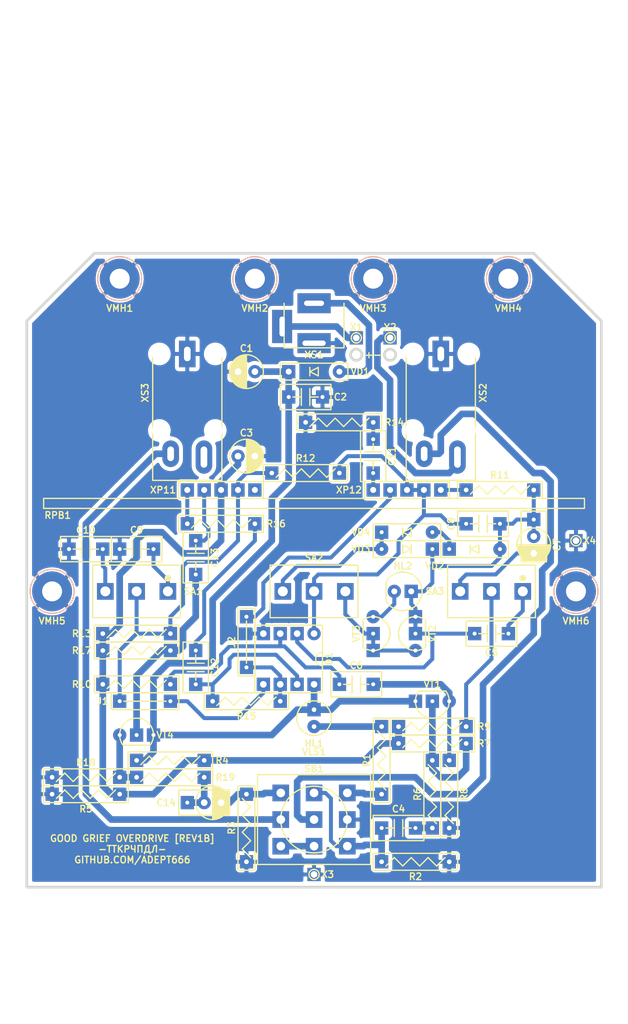
<source format=kicad_pcb>
(kicad_pcb (version 20171130) (host pcbnew 5.1.12-84ad8e8a86~92~ubuntu20.04.1)
  (title_block (title ТКП-1.19.B-2) (date 2023-07-08) (rev 1B) (company "Good Grief Overdrive [REV1B] SM") (comment 1 http://github.com/Adept666) (comment 2 "Igor Ivanov (Игорь Иванов)") (comment 3 -ТТКРЧПДЛ-) (comment 4 "This project is licensed under GNU General Public License v3.0 or later"))
  (layers (0 F.Cu jumper) (31 B.Cu signal) (37 F.SilkS user) (38 B.Mask user) (44 Edge.Cuts user))
  (net 0 "")
  (net 1 COM)
  (net 2 "Net-(HL1-PadC)")
  (net 3 /LED)
  (net 4 "Net-(SB1-PadNC1)")
  (net 5 /IN-CON)
  (net 6 /OUT-CON)
  (net 7 /PP3-POS)
  (net 8 /PP3-NEG)
  (net 9 V)
  (net 10 "Net-(VD1-PadA)")
  (net 11 "Net-(VD2-PadC)")
  (net 12 "Net-(HL2-PadC)")
  (net 13 "Net-(R6-Pad2)")
  (net 14 "Net-(R18-Pad2)")
  (net 15 "Net-(R16-Pad2)")
  (net 16 "Net-(C4-Pad2)")
  (net 17 "Net-(SA2-PadNO_2)")
  (net 18 "Net-(SA2-PadNO_1)")
  (net 19 "Net-(R9-Pad2)")
  (net 20 "Net-(R11-Pad2)")
  (net 21 "Net-(C5-Pad1)")
  (net 22 "Net-(C5-Pad2)")
  (net 23 "Net-(C6-Pad1)")
  (net 24 "Net-(C6-Pad2)")
  (net 25 "Net-(C7-Pad-)")
  (net 26 "Net-(C8-Pad2)")
  (net 27 "Net-(C9-Pad1)")
  (net 28 "Net-(C10-Pad1)")
  (net 29 "Net-(C11-Pad1)")
  (net 30 "Net-(C11-Pad2)")
  (net 31 "Net-(C12-Pad1)")
  (net 32 "Net-(C12-Pad2)")
  (net 33 "Net-(C13-Pad1)")
  (net 34 "Net-(C13-Pad2)")
  (net 35 "Net-(C14-Pad+)")
  (net 36 VREF)
  (net 37 /RP21)
  (net 38 /RP23)
  (net 39 /IN-CIR)
  (net 40 /OUT-CIR)
  (net 41 "Net-(XS3-PadR/TN)")
  (module SBKCL-TH-SL:C-DISK-D04.2-T03.0-P05.08-d0.5-OR-CP-RADIAL-D05.0-P02.0-CLS (layer F.Cu) (at 138.43 135.255 270)
    (fp_text reference C7 (at 1.27 -3.4925 90) (layer F.SilkS) (effects (font (thickness 0.2))))
    (fp_text value 106)
    (pad - thru_hole rect (at 2.54 0 270) (size 2 2) (drill 1) (layers B.Cu B.Mask) (net 25 "Net-(C7-Pad-)"))
    (pad + thru_hole circle (at 0 0 270) (size 2 2) (drill 1) (layers B.Cu B.Mask) (net 21 "Net-(C5-Pad1)"))
    (pad + thru_hole rect (at -2.54 0 270) (size 2 2) (drill 0.6) (layers B.Cu B.Mask) (net 21 "Net-(C5-Pad1)"))
  )
  (module SBKCL-TH-SL:C-DISK-D04.2-T03.0-P05.08-d0.5-OR-CP-RADIAL-D05.0-P02.0-CLS (layer F.Cu) (at 88.9 175.26)
    (fp_text reference C14 (at -4.1275 0) (layer F.SilkS) (effects (font (thickness 0.2)) (justify right)))
    (fp_text value 106)
    (pad - thru_hole rect (at 2.54 0) (size 2 2) (drill 1) (layers B.Cu B.Mask) (net 40 /OUT-CIR))
    (pad + thru_hole circle (at 0 0) (size 2 2) (drill 1) (layers B.Cu B.Mask) (net 35 "Net-(C14-Pad+)"))
    (pad + thru_hole rect (at -2.54 0) (size 2 2) (drill 0.6) (layers B.Cu B.Mask) (net 35 "Net-(C14-Pad+)"))
  )
  (module SBKCL-TH-SL:RPB-1590BB-18-3x17-1.5-PNL-7.4-2.8 (layer F.Cu) (at 105.41 117.04)
    (fp_text reference RPB1 (at -40.64 15.04) (layer F.SilkS) (effects (font (thickness 0.2)) (justify left)))
    (fp_text value B100K-B5K-A500K)
    (fp_text user XP12 (at 7.3025 11.23) (layer F.SilkS) (effects (font (thickness 0.2)) (justify right)))
    (fp_text user XP11 (at -20.6375 11.23) (layer F.SilkS) (effects (font (thickness 0.2)) (justify right)))
    (pad 22 thru_hole rect (at 8.89 11.23) (size 2 2) (drill 0.9) (layers B.Cu B.Mask) (net 29 "Net-(C11-Pad1)"))
    (pad 23 thru_hole rect (at 11.43 11.23) (size 2 2) (drill 0.9) (layers B.Cu B.Mask) (net 38 /RP23))
    (pad 33 thru_hole rect (at 13.97 11.23) (size 2 2) (drill 0.9) (layers B.Cu B.Mask) (net 26 "Net-(C8-Pad2)"))
    (pad 32 thru_hole rect (at 16.51 11.23) (size 2 2) (drill 0.9) (layers B.Cu B.Mask) (net 26 "Net-(C8-Pad2)"))
    (pad 31 thru_hole rect (at 19.05 11.23) (size 2 2) (drill 0.9) (layers B.Cu B.Mask) (net 20 "Net-(R11-Pad2)"))
    (pad 22 thru_hole rect (at -8.89 11.23) (size 2 2) (drill 0.9) (layers B.Cu B.Mask) (net 29 "Net-(C11-Pad1)"))
    (pad 12 thru_hole rect (at -16.51 11.23) (size 2 2) (drill 0.9) (layers B.Cu B.Mask) (net 33 "Net-(C13-Pad1)"))
    (pad 11 thru_hole rect (at -13.97 11.23) (size 2 2) (drill 0.9) (layers B.Cu B.Mask) (net 36 VREF))
    (pad 13 thru_hole rect (at -19.05 11.23) (size 2 2) (drill 0.9) (layers B.Cu B.Mask) (net 15 "Net-(R16-Pad2)"))
    (pad 21 thru_hole rect (at -11.43 11.23) (size 2 2) (drill 0.9) (layers B.Cu B.Mask) (net 37 /RP21))
  )
  (module KCL-TH-SL:SW-MTS-103-A2-2.5-PNL-6.0 (layer F.Cu) (at 105.41 143.51 270)
    (fp_text reference SA2 (at -5.08 0) (layer F.SilkS) (effects (font (thickness 0.2))))
    (fp_text value MTS-103-A2)
    (pad NO_2 thru_hole rect (at 0 4.7 270) (size 2.5 2.5) (drill 1.5) (layers B.Cu B.Mask) (net 17 "Net-(SA2-PadNO_2)"))
    (pad COM thru_hole rect (at 0 0 270) (size 2.5 2.5) (drill 1.5) (layers B.Cu B.Mask) (net 26 "Net-(C8-Pad2)"))
    (pad NO_1 thru_hole rect (at 0 -4.7 270) (size 2.5 2.5) (drill 1.5) (layers B.Cu B.Mask) (net 18 "Net-(SA2-PadNO_1)"))
  )
  (module KCL-TH-SL:SW-MTS-102-A2-2.5-PNL-6.0 (layer F.Cu) (at 132.08 143.51 270)
    (fp_text reference SA3 (at 0 6.985) (layer F.SilkS) (effects (font (thickness 0.2)) (justify right)))
    (fp_text value MTS-102-A2)
    (pad NO thru_hole rect (at 0 4.7 270) (size 2.5 2.5) (drill 1.5) (layers B.Cu B.Mask) (net 25 "Net-(C7-Pad-)"))
    (pad COM thru_hole rect (at 0 0 270) (size 2.5 2.5) (drill 1.5) (layers B.Cu B.Mask) (net 19 "Net-(R9-Pad2)"))
    (pad NC thru_hole rect (at 0 -4.7 270) (size 2.5 2.5) (drill 1.5) (layers B.Cu B.Mask) (net 22 "Net-(C5-Pad2)"))
  )
  (module KCL-TH-SL:SW-MTS-102-A2-2.5-PNL-6.0 (layer F.Cu) (at 78.74 143.51 270)
    (fp_text reference SA1 (at 0 -6.985) (layer F.SilkS) (effects (font (thickness 0.2)) (justify left)))
    (fp_text value MTS-102-A2)
    (pad NO thru_hole rect (at 0 4.7 270) (size 2.5 2.5) (drill 1.5) (layers B.Cu B.Mask) (net 28 "Net-(C10-Pad1)"))
    (pad COM thru_hole rect (at 0 0 270) (size 2.5 2.5) (drill 1.5) (layers B.Cu B.Mask) (net 37 /RP21))
    (pad NC thru_hole rect (at 0 -4.7 270) (size 2.5 2.5) (drill 1.5) (layers B.Cu B.Mask) (net 27 "Net-(C9-Pad1)"))
  )
  (module SBEL:1590BB_B1 (layer F.Cu) (at 105.41 148.59)
    (fp_text reference VE1 hide)
    (fp_text value 1590BB hide)
  )
  (module KCL-TH-SL:LED-ROUND-05.0-UNI-BH (layer F.Cu) (at 118.745 143.51)
    (fp_text reference HL2 (at 0 -3.81) (layer F.SilkS) (effects (font (thickness 0.2))))
    (fp_text value FYL-5013URC)
    (pad C thru_hole circle (at -1.27 0) (size 2 2) (drill 0.9) (layers B.Cu B.Mask) (net 12 "Net-(HL2-PadC)"))
    (pad A thru_hole rect (at 1.27 0) (size 2 2) (drill 0.9) (layers B.Cu B.Mask) (net 21 "Net-(C5-Pad1)"))
  )
  (module SBKCL-TH-SL:CON-ST-008X-04-OR-ST-008X-05 (layer F.Cu) (at 124.46 100.33 180)
    (fp_text reference XS2 (at -6.35 -13.335 270) (layer F.SilkS) (effects (font (thickness 0.2))))
    (fp_text value ST-008S-05)
    (pad "" np_thru_hole circle (at -4.2 -19 180) (size 2.2 2.2) (drill 2.2) (layers *.Cu *.Mask))
    (pad S thru_hole rect (at 0 -7.5 180) (size 2.5 4) (drill oval 1 2.2) (layers B.Cu B.Mask) (net 1 COM))
    (pad T thru_hole oval (at 2.5 -22.5 180) (size 2.5 4) (drill oval 1 2.2) (layers B.Cu B.Mask) (net 5 /IN-CON))
    (pad R/TN thru_hole oval (at -2.5 -23 180) (size 2.5 5) (drill oval 1 3.2) (layers B.Cu B.Mask) (net 8 /PP3-NEG))
    (pad "" np_thru_hole circle (at 4.2 -19 180) (size 2.2 2.2) (drill 2.2) (layers *.Cu *.Mask))
    (pad "" np_thru_hole circle (at -4.2 -7.5 180) (size 2.2 2.2) (drill 2.2) (layers *.Cu *.Mask))
    (pad "" np_thru_hole circle (at 4.2 -7.5 180) (size 2.2 2.2) (drill 2.2) (layers *.Cu *.Mask))
  )
  (module SBKCL-TH-SL:CON-ST-008X-04-OR-ST-008X-05 (layer F.Cu) (at 86.36 100.33 180)
    (fp_text reference XS3 (at 6.35 -13.335 270) (layer F.SilkS) (effects (font (thickness 0.2))))
    (fp_text value ST-008S-05)
    (pad "" np_thru_hole circle (at -4.2 -19 180) (size 2.2 2.2) (drill 2.2) (layers *.Cu *.Mask))
    (pad S thru_hole rect (at 0 -7.5 180) (size 2.5 4) (drill oval 1 2.2) (layers B.Cu B.Mask) (net 1 COM))
    (pad T thru_hole oval (at 2.5 -22.5 180) (size 2.5 4) (drill oval 1 2.2) (layers B.Cu B.Mask) (net 6 /OUT-CON))
    (pad R/TN thru_hole oval (at -2.5 -23 180) (size 2.5 5) (drill oval 1 3.2) (layers B.Cu B.Mask) (net 41 "Net-(XS3-PadR/TN)"))
    (pad "" np_thru_hole circle (at 4.2 -19 180) (size 2.2 2.2) (drill 2.2) (layers *.Cu *.Mask))
    (pad "" np_thru_hole circle (at -4.2 -7.5 180) (size 2.2 2.2) (drill 2.2) (layers *.Cu *.Mask))
    (pad "" np_thru_hole circle (at 4.2 -7.5 180) (size 2.2 2.2) (drill 2.2) (layers *.Cu *.Mask))
  )
  (module KCL-TH-SL:VMH-STA-DA5-PNL-3.0 (layer F.Cu) (at 144.78 143.51)
    (fp_text reference VMH6 (at 0 4.445) (layer F.SilkS) (effects (font (thickness 0.2))))
    (fp_text value DI5M3x20)
    (pad 0 thru_hole circle (at 0 0) (size 6 6) (drill 3) (layers B.Cu B.Mask) (net 1 COM))
  )
  (module KCL-TH-SL:VMH-STA-DA5-PNL-3.0 (layer F.Cu) (at 66.04 143.51)
    (fp_text reference VMH5 (at 0 4.445) (layer F.SilkS) (effects (font (thickness 0.2))))
    (fp_text value DI5M3x20)
    (pad 0 thru_hole circle (at 0 0) (size 6 6) (drill 3) (layers B.Cu B.Mask) (net 1 COM))
  )
  (module KCL-TH-SL:VMH-STA-DA5-PNL-3.0 (layer F.Cu) (at 134.62 96.52)
    (fp_text reference VMH4 (at 0 4.445) (layer F.SilkS) (effects (font (thickness 0.2))))
    (fp_text value DI5M3x20)
    (pad 0 thru_hole circle (at 0 0) (size 6 6) (drill 3) (layers B.Cu B.Mask) (net 1 COM))
  )
  (module KCL-TH-SL:VMH-STA-DA5-PNL-3.0 (layer F.Cu) (at 114.3 96.52)
    (fp_text reference VMH3 (at 0 4.445) (layer F.SilkS) (effects (font (thickness 0.2))))
    (fp_text value DI5M3x20)
    (pad 0 thru_hole circle (at 0 0) (size 6 6) (drill 3) (layers B.Cu B.Mask) (net 1 COM))
  )
  (module KCL-TH-SL:VMH-STA-DA5-PNL-3.0 (layer F.Cu) (at 96.52 96.52)
    (fp_text reference VMH2 (at 0 4.445) (layer F.SilkS) (effects (font (thickness 0.2))))
    (fp_text value DI5M3x20)
    (pad 0 thru_hole circle (at 0 0) (size 6 6) (drill 3) (layers B.Cu B.Mask) (net 1 COM))
  )
  (module KCL-TH-SL:VMH-STA-DA5-PNL-3.0 (layer F.Cu) (at 76.2 96.52)
    (fp_text reference VMH1 (at 0 4.445) (layer F.SilkS) (effects (font (thickness 0.2))))
    (fp_text value DI5M3x20)
    (pad 0 thru_hole circle (at 0 0) (size 6 6) (drill 3) (layers B.Cu B.Mask) (net 1 COM))
  )
  (module KCL-TH-SL:P-TO-92-S-G-D (layer F.Cu) (at 120.65 149.86 90)
    (fp_text reference VT2 (at 0 2.54 90) (layer F.SilkS) (effects (font (thickness 0.2))))
    (fp_text value 7000)
    (pad S thru_hole circle (at -2.54 0 90) (size 2 2) (drill 0.6) (layers B.Cu B.Mask) (net 18 "Net-(SA2-PadNO_1)"))
    (pad G thru_hole rect (at 0 0 90) (size 2 2) (drill 0.6) (layers B.Cu B.Mask) (net 21 "Net-(C5-Pad1)"))
    (pad D thru_hole rect (at 2.54 0 90) (size 2 2) (drill 0.6) (layers B.Cu B.Mask) (net 21 "Net-(C5-Pad1)"))
  )
  (module KCL-TH-SL:P-TO-92-S-G-D (layer F.Cu) (at 114.3 149.86 270)
    (fp_text reference VT3 (at 0 2.54 90) (layer F.SilkS) (effects (font (thickness 0.2))))
    (fp_text value 7000)
    (pad S thru_hole circle (at -2.54 0 270) (size 2 2) (drill 0.6) (layers B.Cu B.Mask) (net 12 "Net-(HL2-PadC)"))
    (pad G thru_hole rect (at 0 0 270) (size 2 2) (drill 0.6) (layers B.Cu B.Mask) (net 18 "Net-(SA2-PadNO_1)"))
    (pad D thru_hole rect (at 2.54 0 270) (size 2 2) (drill 0.6) (layers B.Cu B.Mask) (net 18 "Net-(SA2-PadNO_1)"))
  )
  (module KCL-TH-SL:P-TO-92-E-B-C (layer F.Cu) (at 78.74 165.1)
    (fp_text reference VT4 (at 2.8575 0) (layer F.SilkS) (effects (font (thickness 0.2)) (justify left)))
    (fp_text value MPSA18)
    (pad C thru_hole rect (at 2.54 0) (size 2 2) (drill 0.6) (layers B.Cu B.Mask) (net 9 V))
    (pad B thru_hole rect (at 0 0) (size 2 2) (drill 0.6) (layers B.Cu B.Mask) (net 34 "Net-(C13-Pad2)"))
    (pad E thru_hole circle (at -2.54 0) (size 2 2) (drill 0.6) (layers B.Cu B.Mask) (net 14 "Net-(R18-Pad2)"))
  )
  (module KCL-TH-SL:P-TO-92-E-B-C (layer F.Cu) (at 123.19 160.02 180)
    (fp_text reference VT1 (at 0 2.54) (layer F.SilkS) (effects (font (thickness 0.2))))
    (fp_text value MPSA18)
    (pad C thru_hole rect (at 2.54 0 180) (size 2 2) (drill 0.6) (layers B.Cu B.Mask) (net 9 V))
    (pad B thru_hole rect (at 0 0 180) (size 2 2) (drill 0.6) (layers B.Cu B.Mask) (net 13 "Net-(R6-Pad2)"))
    (pad E thru_hole circle (at -2.54 0 180) (size 2 2) (drill 0.6) (layers B.Cu B.Mask) (net 23 "Net-(C6-Pad1)"))
  )
  (module KCL-TH-SL:J-TH-d0.5-P07.62 (layer F.Cu) (at 95.25 151.13 90)
    (fp_text reference J2 (at 0 -2.2225 90) (layer F.SilkS) (effects (font (thickness 0.2))))
    (fp_text value 0.5)
    (pad J thru_hole rect (at -3.81 0 90) (size 2 2) (drill 0.6) (layers B.Cu B.Mask) (net 38 /RP23))
    (pad J thru_hole rect (at 3.81 0 90) (size 2 2) (drill 0.6) (layers B.Cu B.Mask) (net 38 /RP23))
  )
  (module KCL-TH-SL:J-TH-d0.5-P07.62 (layer F.Cu) (at 80.01 160.02)
    (fp_text reference J1 (at -5.3975 0) (layer F.SilkS) (effects (font (thickness 0.2)) (justify right)))
    (fp_text value 0.5)
    (pad J thru_hole rect (at -3.81 0) (size 2 2) (drill 0.6) (layers B.Cu B.Mask) (net 37 /RP21))
    (pad J thru_hole rect (at 3.81 0) (size 2 2) (drill 0.6) (layers B.Cu B.Mask) (net 37 /RP21))
  )
  (module KCL-TH-SL:P-DIP-08 (layer F.Cu) (at 101.6 153.67 270)
    (fp_text reference D1 (at 0 -6.0325 90) (layer F.SilkS) (effects (font (thickness 0.2))))
    (fp_text value 833)
    (pad 1 thru_hole circle (at -3.81 -3.81 270) (size 2 2) (drill 1) (layers B.Cu B.Mask) (net 26 "Net-(C8-Pad2)"))
    (pad 2 thru_hole rect (at -3.81 -1.27 270) (size 2 2) (drill 1) (layers B.Cu B.Mask) (net 21 "Net-(C5-Pad1)"))
    (pad 3 thru_hole rect (at -3.81 1.27 270) (size 2 2) (drill 1) (layers B.Cu B.Mask) (net 24 "Net-(C6-Pad2)"))
    (pad 4 thru_hole rect (at -3.81 3.81 270) (size 2 2) (drill 1) (layers B.Cu B.Mask) (net 1 COM))
    (pad 5 thru_hole rect (at 3.81 3.81 270) (size 2 2) (drill 1) (layers B.Cu B.Mask) (net 37 /RP21))
    (pad 6 thru_hole rect (at 3.81 1.27 270) (size 2 2) (drill 1) (layers B.Cu B.Mask) (net 38 /RP23))
    (pad 7 thru_hole rect (at 3.81 -1.27 270) (size 2 2) (drill 1) (layers B.Cu B.Mask) (net 31 "Net-(C12-Pad1)"))
    (pad 8 thru_hole rect (at 3.81 -3.81 270) (size 2 2) (drill 1) (layers B.Cu B.Mask) (net 9 V))
  )
  (module KCL-TH-SL:P-DO-35 (layer F.Cu) (at 129.54 137.16 180)
    (fp_text reference VD2 (at 4.445 -2.54 180) (layer F.SilkS) (effects (font (thickness 0.2)) (justify right)))
    (fp_text value 4148)
    (pad C thru_hole rect (at 3.81 0 180) (size 2 2) (drill 0.6) (layers B.Cu B.Mask) (net 11 "Net-(VD2-PadC)"))
    (pad A thru_hole circle (at -3.81 0 180) (size 2 2) (drill 0.6) (layers B.Cu B.Mask) (net 21 "Net-(C5-Pad1)"))
  )
  (module KCL-TH-SL:P-DO-35 (layer F.Cu) (at 119.38 134.62 180)
    (fp_text reference VD4 (at 5.3975 0) (layer F.SilkS) (effects (font (thickness 0.2)) (justify right)))
    (fp_text value 4148)
    (pad A thru_hole circle (at -3.81 0 180) (size 2 2) (drill 0.6) (layers B.Cu B.Mask) (net 11 "Net-(VD2-PadC)"))
    (pad C thru_hole rect (at 3.81 0 180) (size 2 2) (drill 0.6) (layers B.Cu B.Mask) (net 17 "Net-(SA2-PadNO_2)"))
  )
  (module KCL-TH-SL:P-DO-35 (layer F.Cu) (at 119.38 137.16)
    (fp_text reference VD3 (at -5.3975 0) (layer F.SilkS) (effects (font (thickness 0.2)) (justify right)))
    (fp_text value 4148)
    (pad A thru_hole circle (at -3.81 0) (size 2 2) (drill 0.6) (layers B.Cu B.Mask) (net 17 "Net-(SA2-PadNO_2)"))
    (pad C thru_hole rect (at 3.81 0) (size 2 2) (drill 0.6) (layers B.Cu B.Mask) (net 21 "Net-(C5-Pad1)"))
  )
  (module KCL-TH-SL:P-DO-41 (layer F.Cu) (at 105.41 110.49 180)
    (fp_text reference VD1 (at -5.3975 0 180) (layer F.SilkS) (effects (font (thickness 0.2)) (justify left)))
    (fp_text value 5817)
    (pad C thru_hole rect (at 3.81 0 180) (size 2 2) (drill 0.9) (layers B.Cu B.Mask) (net 9 V))
    (pad A thru_hole circle (at -3.81 0 180) (size 2 2) (drill 0.9) (layers B.Cu B.Mask) (net 10 "Net-(VD1-PadA)"))
  )
  (module KCL-TH-SL:CON-DC-005 (layer F.Cu) (at 105.41 92.71 180)
    (fp_text reference XS1 (at 0 -15.24) (layer F.SilkS) (effects (font (thickness 0.2))))
    (fp_text value DC-005)
    (pad C thru_hole rect (at 0 -13.5 180) (size 5 3) (drill oval 3.5 0.8) (layers B.Cu B.Mask) (net 1 COM))
    (pad SN thru_hole rect (at 4.8 -11 180) (size 3 5) (drill oval 0.8 3) (layers B.Cu B.Mask) (net 7 /PP3-POS))
    (pad S thru_hole rect (at 0 -7.5 180) (size 5 3) (drill oval 3 0.8) (layers B.Cu B.Mask) (net 10 "Net-(VD1-PadA)"))
  )
  (module KCL-VIRTUAL:B-PP3-HV (layer F.Cu) (at 105.41 196.85)
    (fp_text reference GB1 hide)
    (fp_text value PP3 hide)
  )
  (module KCL-TH-SL:CON-PAD-S-1.0-2.0 (layer F.Cu) (at 116.84 105.41)
    (fp_text reference X2 (at 0 -1.5875) (layer F.SilkS) (effects (font (thickness 0.2))))
    (fp_text value X)
    (pad 1 thru_hole rect (at 0 0) (size 2 2) (drill 1) (layers B.Cu B.Mask) (net 8 /PP3-NEG))
  )
  (module KCL-TH-SL:CON-PAD-S-1.0-2.0 (layer F.Cu) (at 111.76 105.41)
    (fp_text reference X1 (at 0 -1.5875) (layer F.SilkS) (effects (font (thickness 0.2))))
    (fp_text value X)
    (pad 1 thru_hole rect (at 0 0) (size 2 2) (drill 1) (layers B.Cu B.Mask) (net 7 /PP3-POS))
  )
  (module KCL-TH-SL:CON-PAD-S-1.0-2.0 (layer F.Cu) (at 144.78 135.89)
    (fp_text reference X4 (at 0.9525 0) (layer F.SilkS) (effects (font (thickness 0.2)) (justify left)))
    (fp_text value COM)
    (pad 1 thru_hole rect (at 0 0) (size 2 2) (drill 1) (layers B.Cu B.Mask) (net 1 COM))
  )
  (module KCL-TH-SL:CON-PAD-S-1.0-2.0 (layer F.Cu) (at 105.41 186.055)
    (fp_text reference X3 (at 0.9525 0) (layer F.SilkS) (effects (font (thickness 0.2)) (justify left)))
    (fp_text value COM)
    (pad 1 thru_hole rect (at 0 0) (size 2 2) (drill 1) (layers B.Cu B.Mask) (net 1 COM))
  )
  (module KCL-TH-SL:LED-ROUND-05.0-UNI-SH-SPACER-PNL-5.3 (layer F.Cu) (at 105.41 162.56 90)
    (fp_text reference HL1 (at -3.81 0 180) (layer F.SilkS) (effects (font (thickness 0.2))))
    (fp_text value FYL-5013URC)
    (pad A thru_hole rect (at 1.27 0 90) (size 2 2) (drill 0.7) (layers B.Cu B.Mask) (net 9 V))
    (pad C thru_hole circle (at -1.27 0 90) (size 2 2) (drill 0.7) (layers B.Cu B.Mask) (net 2 "Net-(HL1-PadC)"))
  )
  (module KCL-VIRTUAL:VLS-BR (layer F.Cu) (at 105.41 162.56)
    (fp_text reference VLS1 (at 0 5.08) (layer F.SilkS) (effects (font (thickness 0.2))))
    (fp_text value BR-17.8)
  )
  (module KCL-TH-SL:SW-PBS-24-302SP-2.5-PNL-13.0 (layer F.Cu) (at 105.41 177.8)
    (fp_text reference SB1 (at 0 -7.62) (layer F.SilkS) (effects (font (thickness 0.2))))
    (fp_text value PBS-24-302SP)
    (pad NC1 thru_hole rect (at -5 4) (size 2.5 2.5) (drill 1.3) (layers B.Cu B.Mask) (net 4 "Net-(SB1-PadNC1)"))
    (pad COM1 thru_hole rect (at -5 0) (size 2.5 2.5) (drill 1.3) (layers B.Cu B.Mask) (net 6 /OUT-CON))
    (pad NO1 thru_hole rect (at -5 -4) (size 2.5 2.5) (drill 1.3) (layers B.Cu B.Mask) (net 40 /OUT-CIR))
    (pad NO2 thru_hole rect (at 0 -4) (size 2.5 2.5) (drill 1.3) (layers B.Cu B.Mask) (net 39 /IN-CIR))
    (pad NC2 thru_hole rect (at 0 4) (size 2.5 2.5) (drill 1.3) (layers B.Cu B.Mask) (net 4 "Net-(SB1-PadNC1)"))
    (pad COM2 thru_hole rect (at 0 0) (size 2.5 2.5) (drill 1.3) (layers B.Cu B.Mask) (net 5 /IN-CON))
    (pad NO3 thru_hole rect (at 5 -4) (size 2.5 2.5) (drill 1.3) (layers B.Cu B.Mask) (net 3 /LED))
    (pad NC3 thru_hole rect (at 5 4) (size 2.5 2.5) (drill 1.3) (layers B.Cu B.Mask) (net 39 /IN-CIR))
    (pad COM3 thru_hole rect (at 5 0) (size 2.5 2.5) (drill 1.3) (layers B.Cu B.Mask) (net 1 COM))
  )
  (module KCL-TH-SL:CP-RADIAL-D05.0-P02.0-CLS (layer F.Cu) (at 95.25 123.19)
    (fp_text reference C3 (at 0 -3.4925) (layer F.SilkS) (effects (font (thickness 0.2))))
    (fp_text value 476)
    (pad - thru_hole rect (at 1.27 0) (size 2 2) (drill 1) (layers B.Cu B.Mask) (net 1 COM))
    (pad + thru_hole circle (at -1.27 0) (size 2 2) (drill 1) (layers B.Cu B.Mask) (net 36 VREF))
  )
  (module KCL-TH-SL:CP-RADIAL-D05.0-P02.0-CLS (layer F.Cu) (at 95.25 110.49 180)
    (fp_text reference C1 (at 0 3.4925 180) (layer F.SilkS) (effects (font (thickness 0.2))))
    (fp_text value 476)
    (pad + thru_hole circle (at -1.27 0 180) (size 2 2) (drill 1) (layers B.Cu B.Mask) (net 9 V))
    (pad - thru_hole rect (at 1.27 0 180) (size 2 2) (drill 1) (layers B.Cu B.Mask) (net 1 COM))
  )
  (module KCL-TH-SL:C-DISK-D04.2-T03.0-P05.08-d0.5 (layer F.Cu) (at 71.12 137.16 180)
    (fp_text reference C10 (at 0 2.8575) (layer F.SilkS) (effects (font (thickness 0.2))))
    (fp_text value 683)
    (pad 1 thru_hole rect (at -2.54 0 180) (size 2 2) (drill 0.6) (layers B.Cu B.Mask) (net 28 "Net-(C10-Pad1)"))
    (pad 2 thru_hole rect (at 2.54 0 180) (size 2 2) (drill 0.6) (layers B.Cu B.Mask) (net 1 COM))
  )
  (module KCL-TH-SL:C-DISK-D04.2-T03.0-P05.08-d0.5 (layer F.Cu) (at 78.74 137.16 180)
    (fp_text reference C9 (at 0 2.8575) (layer F.SilkS) (effects (font (thickness 0.2))))
    (fp_text value 154)
    (pad 1 thru_hole rect (at -2.54 0 180) (size 2 2) (drill 0.6) (layers B.Cu B.Mask) (net 27 "Net-(C9-Pad1)"))
    (pad 2 thru_hole rect (at 2.54 0 180) (size 2 2) (drill 0.6) (layers B.Cu B.Mask) (net 1 COM))
  )
  (module KCL-TH-SL:C-DISK-D04.2-T03.0-P05.08-d0.5 (layer F.Cu) (at 114.3 123.19 90)
    (fp_text reference C11 (at 0 2.8575 90) (layer F.SilkS) (effects (font (thickness 0.2))))
    (fp_text value 334)
    (pad 1 thru_hole rect (at -2.54 0 90) (size 2 2) (drill 0.6) (layers B.Cu B.Mask) (net 29 "Net-(C11-Pad1)"))
    (pad 2 thru_hole rect (at 2.54 0 90) (size 2 2) (drill 0.6) (layers B.Cu B.Mask) (net 30 "Net-(C11-Pad2)"))
  )
  (module KCL-TH-SL:C-DISK-D04.2-T03.0-P05.08-d0.5 (layer F.Cu) (at 130.81 133.35 180)
    (fp_text reference C8 (at 4.7625 0 90) (layer F.SilkS) (effects (font (thickness 0.2))))
    (fp_text value 470)
    (pad 2 thru_hole rect (at 2.54 0 180) (size 2 2) (drill 0.6) (layers B.Cu B.Mask) (net 26 "Net-(C8-Pad2)"))
    (pad 1 thru_hole rect (at -2.54 0 180) (size 2 2) (drill 0.6) (layers B.Cu B.Mask) (net 21 "Net-(C5-Pad1)"))
  )
  (module KCL-TH-SL:C-DISK-D04.2-T03.0-P05.08-d0.5 (layer F.Cu) (at 87.63 138.43 270)
    (fp_text reference C13 (at 0 -2.8575 90) (layer F.SilkS) (effects (font (thickness 0.2))))
    (fp_text value 104)
    (pad 1 thru_hole rect (at -2.54 0 270) (size 2 2) (drill 0.6) (layers B.Cu B.Mask) (net 33 "Net-(C13-Pad1)"))
    (pad 2 thru_hole rect (at 2.54 0 270) (size 2 2) (drill 0.6) (layers B.Cu B.Mask) (net 34 "Net-(C13-Pad2)"))
  )
  (module KCL-TH-SL:C-DISK-D04.2-T03.0-P05.08-d0.5 (layer F.Cu) (at 132.08 149.86)
    (fp_text reference C5 (at 0 2.8575) (layer F.SilkS) (effects (font (thickness 0.2))))
    (fp_text value 224)
    (pad 1 thru_hole rect (at -2.54 0) (size 2 2) (drill 0.6) (layers B.Cu B.Mask) (net 21 "Net-(C5-Pad1)"))
    (pad 2 thru_hole rect (at 2.54 0) (size 2 2) (drill 0.6) (layers B.Cu B.Mask) (net 22 "Net-(C5-Pad2)"))
  )
  (module KCL-TH-SL:C-DISK-D04.2-T03.0-P05.08-d0.5 (layer F.Cu) (at 87.63 154.94 90)
    (fp_text reference C12 (at 0 2.8575 90) (layer F.SilkS) (effects (font (thickness 0.2))))
    (fp_text value 105)
    (pad 1 thru_hole rect (at -2.54 0 90) (size 2 2) (drill 0.6) (layers B.Cu B.Mask) (net 31 "Net-(C12-Pad1)"))
    (pad 2 thru_hole rect (at 2.54 0 90) (size 2 2) (drill 0.6) (layers B.Cu B.Mask) (net 32 "Net-(C12-Pad2)"))
  )
  (module KCL-TH-SL:C-DISK-D04.2-T03.0-P05.08-d0.5 (layer F.Cu) (at 111.76 157.48 180)
    (fp_text reference C6 (at 0 2.8575) (layer F.SilkS) (effects (font (thickness 0.2))))
    (fp_text value 105)
    (pad 1 thru_hole rect (at -2.54 0 180) (size 2 2) (drill 0.6) (layers B.Cu B.Mask) (net 23 "Net-(C6-Pad1)"))
    (pad 2 thru_hole rect (at 2.54 0 180) (size 2 2) (drill 0.6) (layers B.Cu B.Mask) (net 24 "Net-(C6-Pad2)"))
  )
  (module KCL-TH-SL:C-DISK-D04.2-T03.0-P05.08-d0.5 (layer F.Cu) (at 118.11 179.07)
    (fp_text reference C4 (at 0 -2.8575) (layer F.SilkS) (effects (font (thickness 0.2))))
    (fp_text value 104)
    (pad 1 thru_hole rect (at -2.54 0) (size 2 2) (drill 0.6) (layers B.Cu B.Mask) (net 39 /IN-CIR))
    (pad 2 thru_hole rect (at 2.54 0) (size 2 2) (drill 0.6) (layers B.Cu B.Mask) (net 16 "Net-(C4-Pad2)"))
  )
  (module KCL-TH-SL:C-DISK-D04.2-T03.0-P05.08-d0.5 (layer F.Cu) (at 104.14 114.3)
    (fp_text reference C2 (at 4.1275 0 180) (layer F.SilkS) (effects (font (thickness 0.2)) (justify left)))
    (fp_text value 104)
    (pad 1 thru_hole rect (at -2.54 0) (size 2 2) (drill 0.6) (layers B.Cu B.Mask) (net 9 V))
    (pad 2 thru_hole rect (at 2.54 0) (size 2 2) (drill 0.6) (layers B.Cu B.Mask) (net 1 COM))
  )
  (module KCL-TH-SL:R-MFR-25 (layer F.Cu) (at 109.22 118.11)
    (fp_text reference R14 (at 6.6675 0) (layer F.SilkS) (effects (font (thickness 0.2)) (justify left)))
    (fp_text value 331)
    (pad 2 thru_hole rect (at 5.08 0) (size 2 2) (drill 0.7) (layers B.Cu B.Mask) (net 30 "Net-(C11-Pad2)"))
    (pad 1 thru_hole rect (at -5.08 0) (size 2 2) (drill 0.7) (layers B.Cu B.Mask) (net 1 COM))
  )
  (module KCL-TH-SL:R-MFR-25 (layer F.Cu) (at 104.14 125.73 180)
    (fp_text reference R12 (at 0 2.2225) (layer F.SilkS) (effects (font (thickness 0.2))))
    (fp_text value 102)
    (pad 1 thru_hole rect (at -5.08 0 180) (size 2 2) (drill 0.7) (layers B.Cu B.Mask) (net 26 "Net-(C8-Pad2)"))
    (pad 2 thru_hole rect (at 5.08 0 180) (size 2 2) (drill 0.7) (layers B.Cu B.Mask) (net 37 /RP21))
  )
  (module KCL-TH-SL:R-MFR-25 (layer F.Cu) (at 133.35 128.27 180)
    (fp_text reference R11 (at 0 2.2225) (layer F.SilkS) (effects (font (thickness 0.2))))
    (fp_text value 223)
    (pad 2 thru_hole rect (at 5.08 0 180) (size 2 2) (drill 0.7) (layers B.Cu B.Mask) (net 20 "Net-(R11-Pad2)"))
    (pad 1 thru_hole rect (at -5.08 0 180) (size 2 2) (drill 0.7) (layers B.Cu B.Mask) (net 21 "Net-(C5-Pad1)"))
  )
  (module KCL-TH-SL:R-MFR-25 (layer F.Cu) (at 95.25 160.02 180)
    (fp_text reference R15 (at 0 -2.2225) (layer F.SilkS) (effects (font (thickness 0.2))))
    (fp_text value 102)
    (pad 1 thru_hole rect (at -5.08 0 180) (size 2 2) (drill 0.7) (layers B.Cu B.Mask) (net 38 /RP23))
    (pad 2 thru_hole rect (at 5.08 0 180) (size 2 2) (drill 0.7) (layers B.Cu B.Mask) (net 31 "Net-(C12-Pad1)"))
  )
  (module KCL-TH-SL:R-MFR-25 (layer F.Cu) (at 123.19 166.37)
    (fp_text reference R7 (at 6.6675 0) (layer F.SilkS) (effects (font (thickness 0.2)) (justify left)))
    (fp_text value 564)
    (pad 1 thru_hole rect (at -5.08 0) (size 2 2) (drill 0.7) (layers B.Cu B.Mask) (net 36 VREF))
    (pad 2 thru_hole rect (at 5.08 0) (size 2 2) (drill 0.7) (layers B.Cu B.Mask) (net 13 "Net-(R6-Pad2)"))
  )
  (module KCL-TH-SL:R-MFR-25 (layer F.Cu) (at 123.19 163.83)
    (fp_text reference R9 (at 6.6675 0) (layer F.SilkS) (effects (font (thickness 0.2)) (justify left)))
    (fp_text value 102)
    (pad 1 thru_hole rect (at -5.08 0) (size 2 2) (drill 0.7) (layers B.Cu B.Mask) (net 36 VREF))
    (pad 2 thru_hole rect (at 5.08 0) (size 2 2) (drill 0.7) (layers B.Cu B.Mask) (net 19 "Net-(R9-Pad2)"))
  )
  (module KCL-TH-SL:R-MFR-25 (layer F.Cu) (at 125.73 173.99 90)
    (fp_text reference R8 (at 0 2.2225 90) (layer F.SilkS) (effects (font (thickness 0.2))))
    (fp_text value 103)
    (pad 1 thru_hole rect (at -5.08 0 90) (size 2 2) (drill 0.7) (layers B.Cu B.Mask) (net 1 COM))
    (pad 2 thru_hole rect (at 5.08 0 90) (size 2 2) (drill 0.7) (layers B.Cu B.Mask) (net 23 "Net-(C6-Pad1)"))
  )
  (module KCL-TH-SL:R-MFR-25 (layer F.Cu) (at 123.19 173.99 90)
    (fp_text reference R6 (at 0 -2.2225 90) (layer F.SilkS) (effects (font (thickness 0.2))))
    (fp_text value 102)
    (pad 1 thru_hole rect (at -5.08 0 90) (size 2 2) (drill 0.7) (layers B.Cu B.Mask) (net 16 "Net-(C4-Pad2)"))
    (pad 2 thru_hole rect (at 5.08 0 90) (size 2 2) (drill 0.7) (layers B.Cu B.Mask) (net 13 "Net-(R6-Pad2)"))
  )
  (module KCL-TH-SL:R-MFR-25 (layer F.Cu) (at 120.65 184.15 180)
    (fp_text reference R2 (at 0 -2.2225) (layer F.SilkS) (effects (font (thickness 0.2))))
    (fp_text value 105)
    (pad 2 thru_hole rect (at 5.08 0 180) (size 2 2) (drill 0.7) (layers B.Cu B.Mask) (net 39 /IN-CIR))
    (pad 1 thru_hole rect (at -5.08 0 180) (size 2 2) (drill 0.7) (layers B.Cu B.Mask) (net 1 COM))
  )
  (module KCL-TH-SL:R-MFR-25 (layer F.Cu) (at 115.57 168.91 90)
    (fp_text reference R1 (at 0 -2.2225 90) (layer F.SilkS) (effects (font (thickness 0.2))))
    (fp_text value 472)
    (pad 1 thru_hole rect (at -5.08 0 90) (size 2 2) (drill 0.7) (layers B.Cu B.Mask) (net 3 /LED))
    (pad 2 thru_hole rect (at 5.08 0 90) (size 2 2) (drill 0.7) (layers B.Cu B.Mask) (net 2 "Net-(HL1-PadC)"))
  )
  (module KCL-TH-SL:R-MFR-25 (layer F.Cu) (at 95.25 179.07 90)
    (fp_text reference R3 (at 0 -2.2225 90) (layer F.SilkS) (effects (font (thickness 0.2))))
    (fp_text value 103)
    (pad 1 thru_hole rect (at -5.08 0 90) (size 2 2) (drill 0.7) (layers B.Cu B.Mask) (net 1 COM))
    (pad 2 thru_hole rect (at 5.08 0 90) (size 2 2) (drill 0.7) (layers B.Cu B.Mask) (net 40 /OUT-CIR))
  )
  (module KCL-TH-SL:R-MFR-25 (layer F.Cu) (at 71.12 173.99)
    (fp_text reference R5 (at 0 2.2225) (layer F.SilkS) (effects (font (thickness 0.2))))
    (fp_text value 103)
    (pad 1 thru_hole rect (at -5.08 0) (size 2 2) (drill 0.7) (layers B.Cu B.Mask) (net 1 COM))
    (pad 2 thru_hole rect (at 5.08 0) (size 2 2) (drill 0.7) (layers B.Cu B.Mask) (net 36 VREF))
  )
  (module KCL-TH-SL:R-MFR-25 (layer F.Cu) (at 71.12 171.45)
    (fp_text reference R18 (at 0 -2.2225) (layer F.SilkS) (effects (font (thickness 0.2))))
    (fp_text value 103)
    (pad 1 thru_hole rect (at -5.08 0) (size 2 2) (drill 0.7) (layers B.Cu B.Mask) (net 1 COM))
    (pad 2 thru_hole rect (at 5.08 0) (size 2 2) (drill 0.7) (layers B.Cu B.Mask) (net 14 "Net-(R18-Pad2)"))
  )
  (module KCL-TH-SL:R-MFR-25 (layer F.Cu) (at 83.82 171.45)
    (fp_text reference R19 (at 6.6675 0) (layer F.SilkS) (effects (font (thickness 0.2)) (justify left)))
    (fp_text value 101)
    (pad 2 thru_hole rect (at 5.08 0) (size 2 2) (drill 0.7) (layers B.Cu B.Mask) (net 35 "Net-(C14-Pad+)"))
    (pad 1 thru_hole rect (at -5.08 0) (size 2 2) (drill 0.7) (layers B.Cu B.Mask) (net 14 "Net-(R18-Pad2)"))
  )
  (module KCL-TH-SL:R-MFR-25 (layer F.Cu) (at 78.74 157.48)
    (fp_text reference R10 (at -6.6675 0) (layer F.SilkS) (effects (font (thickness 0.2)) (justify right)))
    (fp_text value 223)
    (pad 1 thru_hole rect (at -5.08 0) (size 2 2) (drill 0.7) (layers B.Cu B.Mask) (net 36 VREF))
    (pad 2 thru_hole rect (at 5.08 0) (size 2 2) (drill 0.7) (layers B.Cu B.Mask) (net 24 "Net-(C6-Pad2)"))
  )
  (module KCL-TH-SL:R-MFR-25 (layer F.Cu) (at 78.74 149.86 180)
    (fp_text reference R13 (at 6.6675 0) (layer F.SilkS) (effects (font (thickness 0.2)) (justify right)))
    (fp_text value 103)
    (pad 1 thru_hole rect (at -5.08 0 180) (size 2 2) (drill 0.7) (layers B.Cu B.Mask) (net 37 /RP21))
    (pad 2 thru_hole rect (at 5.08 0 180) (size 2 2) (drill 0.7) (layers B.Cu B.Mask) (net 36 VREF))
  )
  (module KCL-TH-SL:R-MFR-25 (layer F.Cu) (at 78.74 152.4)
    (fp_text reference R17 (at -6.6675 0) (layer F.SilkS) (effects (font (thickness 0.2)) (justify right)))
    (fp_text value 564)
    (pad 1 thru_hole rect (at -5.08 0) (size 2 2) (drill 0.7) (layers B.Cu B.Mask) (net 36 VREF))
    (pad 2 thru_hole rect (at 5.08 0) (size 2 2) (drill 0.7) (layers B.Cu B.Mask) (net 34 "Net-(C13-Pad2)"))
  )
  (module KCL-TH-SL:R-MFR-25 (layer F.Cu) (at 91.44 133.35 180)
    (fp_text reference R16 (at -6.6675 0) (layer F.SilkS) (effects (font (thickness 0.2)) (justify left)))
    (fp_text value 102)
    (pad 1 thru_hole rect (at -5.08 0 180) (size 2 2) (drill 0.7) (layers B.Cu B.Mask) (net 32 "Net-(C12-Pad2)"))
    (pad 2 thru_hole rect (at 5.08 0 180) (size 2 2) (drill 0.7) (layers B.Cu B.Mask) (net 15 "Net-(R16-Pad2)"))
  )
  (module KCL-TH-SL:R-MFR-25 (layer F.Cu) (at 83.82 168.91 180)
    (fp_text reference R4 (at -6.6675 0) (layer F.SilkS) (effects (font (thickness 0.2)) (justify left)))
    (fp_text value 103)
    (pad 2 thru_hole rect (at 5.08 0 180) (size 2 2) (drill 0.7) (layers B.Cu B.Mask) (net 9 V))
    (pad 1 thru_hole rect (at -5.08 0 180) (size 2 2) (drill 0.7) (layers B.Cu B.Mask) (net 36 VREF))
  )
  (gr_text - (at 114.935 107.95) (layer F.SilkS) (effects (font (size 1 1) (thickness 0.2))))
  (gr_text + (at 113.665 107.95) (layer F.SilkS) (effects (font (size 1 1) (thickness 0.2))))
  (gr_line (start 138.43 92.71) (end 148.59 102.87) (layer Edge.Cuts) (width 0.4))
  (gr_line (start 62.23 102.87) (end 72.39 92.71) (layer Edge.Cuts) (width 0.4))
  (gr_line (start 148.59 102.87) (end 148.59 187.96) (layer Edge.Cuts) (width 0.4))
  (gr_line (start 62.23 102.87) (end 62.23 187.96) (layer Edge.Cuts) (width 0.4))
  (gr_circle (center 116.84 107.95) (end 117.69 107.95) (layer Edge.Cuts) (width 0.4))
  (gr_circle (center 111.76 107.95) (end 112.61 107.95) (layer Edge.Cuts) (width 0.4))
  (gr_text "GOOD GRIEF OVERDRIVE [REV1B]\n-ТТКРЧПДЛ-\nGITHUB.COM/ADEPT666" (at 78.105 182.245) (layer F.SilkS) (effects (font (size 1 1) (thickness 0.2))))
  (gr_line (start 62.23 187.96) (end 148.59 187.96) (layer Edge.Cuts) (width 0.4))
  (gr_line (start 72.39 92.71) (end 138.43 92.71) (layer Edge.Cuts) (width 0.4))
  (segment (start 105.41 163.83) (end 115.57 163.83) (width 1) (layer B.Cu) (net 2))
  (segment (start 110.41 173.8) (end 112.84 173.8) (width 1) (layer B.Cu) (net 3))
  (segment (start 112.84 173.8) (end 113.03 173.99) (width 1) (layer B.Cu) (net 3))
  (segment (start 113.03 173.99) (end 115.57 173.99) (width 1) (layer B.Cu) (net 3))
  (segment (start 100.41 181.8) (end 105.41 181.8) (width 1) (layer B.Cu) (net 4))
  (segment (start 124.185 122.83) (end 121.96 122.83) (width 1) (layer B.Cu) (net 5))
  (segment (start 124.46 120.015) (end 124.46 122.555) (width 1) (layer B.Cu) (net 5))
  (segment (start 127.635 116.84) (end 124.46 120.015) (width 1) (layer B.Cu) (net 5))
  (segment (start 140.97 127) (end 139.7 125.73) (width 1) (layer B.Cu) (net 5))
  (segment (start 139.7 140.335) (end 140.97 139.065) (width 1) (layer B.Cu) (net 5))
  (segment (start 124.46 122.555) (end 124.185 122.83) (width 1) (layer B.Cu) (net 5))
  (segment (start 105.41 177.8) (end 103.505 177.8) (width 1) (layer B.Cu) (net 5))
  (segment (start 129.54 116.84) (end 127.635 116.84) (width 1) (layer B.Cu) (net 5))
  (segment (start 103.505 177.8) (end 102.87 177.165) (width 1) (layer B.Cu) (net 5))
  (segment (start 102.87 177.165) (end 102.87 172.085) (width 1) (layer B.Cu) (net 5))
  (segment (start 102.87 172.085) (end 103.505 171.45) (width 1) (layer B.Cu) (net 5))
  (segment (start 130.81 157.48) (end 138.43 149.86) (width 1) (layer B.Cu) (net 5))
  (segment (start 103.505 171.45) (end 120.65 171.45) (width 1) (layer B.Cu) (net 5))
  (segment (start 139.7 125.73) (end 138.43 125.73) (width 1) (layer B.Cu) (net 5))
  (segment (start 138.43 149.86) (end 138.43 147.32) (width 1) (layer B.Cu) (net 5))
  (segment (start 120.65 171.45) (end 123.19 173.99) (width 1) (layer B.Cu) (net 5))
  (segment (start 138.43 125.73) (end 129.54 116.84) (width 1) (layer B.Cu) (net 5))
  (segment (start 138.43 147.32) (end 139.7 146.05) (width 1) (layer B.Cu) (net 5))
  (segment (start 140.97 139.065) (end 140.97 127) (width 1) (layer B.Cu) (net 5))
  (segment (start 123.19 173.99) (end 128.27 173.99) (width 1) (layer B.Cu) (net 5))
  (segment (start 128.27 173.99) (end 130.81 171.45) (width 1) (layer B.Cu) (net 5))
  (segment (start 139.7 146.05) (end 139.7 140.335) (width 1) (layer B.Cu) (net 5))
  (segment (start 130.81 171.45) (end 130.81 157.48) (width 1) (layer B.Cu) (net 5))
  (segment (start 97.79 177.8) (end 100.41 177.8) (width 1) (layer B.Cu) (net 6))
  (segment (start 74.93 177.8) (end 97.79 177.8) (width 1) (layer B.Cu) (net 6))
  (segment (start 71.12 133.35) (end 71.12 173.99) (width 1) (layer B.Cu) (net 6))
  (segment (start 71.12 173.99) (end 74.93 177.8) (width 1) (layer B.Cu) (net 6))
  (segment (start 81.64 122.83) (end 71.12 133.35) (width 1) (layer B.Cu) (net 6))
  (segment (start 83.86 122.83) (end 81.64 122.83) (width 1) (layer B.Cu) (net 6))
  (segment (start 108.79 103.71) (end 110.49 105.41) (width 1) (layer B.Cu) (net 7))
  (segment (start 100.61 103.71) (end 108.79 103.71) (width 1) (layer B.Cu) (net 7))
  (segment (start 110.49 105.41) (end 111.76 105.41) (width 1) (layer B.Cu) (net 7))
  (segment (start 126.96 124.5) (end 126.96 123.33) (width 1) (layer B.Cu) (net 8))
  (segment (start 125.73 125.73) (end 126.96 124.5) (width 1) (layer B.Cu) (net 8))
  (segment (start 120.65 125.73) (end 125.73 125.73) (width 1) (layer B.Cu) (net 8))
  (segment (start 116.84 121.92) (end 120.65 125.73) (width 1) (layer B.Cu) (net 8))
  (segment (start 114.935 106.045) (end 114.935 109.855) (width 1) (layer B.Cu) (net 8))
  (segment (start 115.57 105.41) (end 114.935 106.045) (width 1) (layer B.Cu) (net 8))
  (segment (start 116.84 111.76) (end 116.84 121.92) (width 1) (layer B.Cu) (net 8))
  (segment (start 114.935 109.855) (end 116.84 111.76) (width 1) (layer B.Cu) (net 8))
  (segment (start 116.84 105.41) (end 115.57 105.41) (width 1) (layer B.Cu) (net 8))
  (segment (start 101.6 110.49) (end 101.6 114.3) (width 1) (layer B.Cu) (net 9))
  (segment (start 80.01 168.91) (end 81.28 167.64) (width 1) (layer B.Cu) (net 9))
  (segment (start 81.28 165.1) (end 81.28 167.64) (width 1) (layer B.Cu) (net 9))
  (segment (start 78.74 168.91) (end 80.01 168.91) (width 1) (layer B.Cu) (net 9))
  (segment (start 96.52 110.49) (end 101.6 110.49) (width 1) (layer B.Cu) (net 9))
  (segment (start 101.6 127) (end 101.6 114.3) (width 1) (layer B.Cu) (net 9))
  (segment (start 99.06 129.54) (end 101.6 127) (width 1) (layer B.Cu) (net 9))
  (segment (start 99.06 135.89) (end 99.06 129.54) (width 1) (layer B.Cu) (net 9))
  (segment (start 90.17 144.78) (end 99.06 135.89) (width 1) (layer B.Cu) (net 9))
  (segment (start 89.535 154.305) (end 90.17 153.67) (width 1) (layer B.Cu) (net 9))
  (segment (start 83.5025 154.305) (end 89.535 154.305) (width 1) (layer B.Cu) (net 9))
  (segment (start 81.28 156.5275) (end 83.5025 154.305) (width 1) (layer B.Cu) (net 9))
  (segment (start 90.17 153.67) (end 90.17 144.78) (width 1) (layer B.Cu) (net 9))
  (segment (start 81.28 165.1) (end 81.28 156.5275) (width 1) (layer B.Cu) (net 9))
  (segment (start 105.41 157.48) (end 105.41 161.29) (width 1) (layer B.Cu) (net 9))
  (segment (start 109.22 160.02) (end 120.65 160.02) (width 1) (layer B.Cu) (net 9))
  (segment (start 105.41 161.29) (end 107.95 161.29) (width 1) (layer B.Cu) (net 9))
  (segment (start 107.95 161.29) (end 109.22 160.02) (width 1) (layer B.Cu) (net 9))
  (segment (start 102.87 161.29) (end 105.41 161.29) (width 1) (layer B.Cu) (net 9))
  (segment (start 99.06 165.1) (end 102.87 161.29) (width 1) (layer B.Cu) (net 9))
  (segment (start 81.28 165.1) (end 99.06 165.1) (width 1) (layer B.Cu) (net 9))
  (segment (start 113.03 110.49) (end 109.22 110.49) (width 1) (layer B.Cu) (net 10))
  (segment (start 113.665 103.505) (end 113.665 109.855) (width 1) (layer B.Cu) (net 10))
  (segment (start 113.665 109.855) (end 113.03 110.49) (width 1) (layer B.Cu) (net 10))
  (segment (start 110.37 100.21) (end 113.665 103.505) (width 1) (layer B.Cu) (net 10))
  (segment (start 105.41 100.21) (end 110.37 100.21) (width 1) (layer B.Cu) (net 10))
  (segment (start 124.46 134.62) (end 125.73 135.89) (width 0.6) (layer B.Cu) (net 11))
  (segment (start 125.73 135.89) (end 125.73 137.16) (width 0.6) (layer B.Cu) (net 11))
  (segment (start 123.19 134.62) (end 124.46 134.62) (width 0.6) (layer B.Cu) (net 11))
  (segment (start 117.475 143.51) (end 117.475 145.415) (width 0.6) (layer B.Cu) (net 12))
  (segment (start 117.475 145.415) (end 115.57 147.32) (width 0.6) (layer B.Cu) (net 12))
  (segment (start 115.57 147.32) (end 114.3 147.32) (width 0.6) (layer B.Cu) (net 12))
  (segment (start 123.19 160.02) (end 123.19 168.91) (width 1) (layer B.Cu) (net 13))
  (segment (start 123.19 168.91) (end 123.19 170.18) (width 1) (layer B.Cu) (net 13))
  (segment (start 123.19 170.18) (end 124.46 171.45) (width 1) (layer B.Cu) (net 13))
  (segment (start 124.46 171.45) (end 127 171.45) (width 1) (layer B.Cu) (net 13))
  (segment (start 127 171.45) (end 128.27 170.18) (width 1) (layer B.Cu) (net 13))
  (segment (start 128.27 170.18) (end 128.27 166.37) (width 1) (layer B.Cu) (net 13))
  (segment (start 76.2 171.45) (end 78.74 171.45) (width 1) (layer B.Cu) (net 14))
  (segment (start 76.2 165.1) (end 76.2 171.45) (width 1) (layer B.Cu) (net 14))
  (segment (start 86.36 128.27) (end 86.36 133.35) (width 0.6) (layer B.Cu) (net 15))
  (segment (start 120.65 179.07) (end 123.19 179.07) (width 1) (layer B.Cu) (net 16))
  (segment (start 115.57 134.62) (end 115.57 137.16) (width 0.6) (layer B.Cu) (net 17))
  (segment (start 109.22 139.7) (end 111.76 137.16) (width 0.6) (layer B.Cu) (net 17))
  (segment (start 102.87 139.7) (end 109.22 139.7) (width 0.6) (layer B.Cu) (net 17))
  (segment (start 100.71 143.51) (end 100.71 141.86) (width 0.6) (layer B.Cu) (net 17))
  (segment (start 111.76 137.16) (end 115.57 137.16) (width 0.6) (layer B.Cu) (net 17))
  (segment (start 100.71 141.86) (end 102.87 139.7) (width 0.6) (layer B.Cu) (net 17))
  (segment (start 113.03 149.86) (end 114.3 149.86) (width 0.6) (layer B.Cu) (net 18))
  (segment (start 110.11 143.51) (end 110.11 146.94) (width 0.6) (layer B.Cu) (net 18))
  (segment (start 110.11 146.94) (end 113.03 149.86) (width 0.6) (layer B.Cu) (net 18))
  (segment (start 114.3 149.86) (end 114.3 152.4) (width 0.6) (layer B.Cu) (net 18))
  (segment (start 114.3 152.4) (end 120.65 152.4) (width 0.6) (layer B.Cu) (net 18))
  (segment (start 132.08 153.67) (end 132.08 143.51) (width 0.6) (layer B.Cu) (net 19))
  (segment (start 128.27 163.83) (end 128.27 157.48) (width 0.6) (layer B.Cu) (net 19))
  (segment (start 128.27 157.48) (end 132.08 153.67) (width 0.6) (layer B.Cu) (net 19))
  (segment (start 124.46 128.27) (end 128.27 128.27) (width 0.6) (layer B.Cu) (net 20))
  (segment (start 120.015 143.51) (end 120.015 145.415) (width 0.6) (layer B.Cu) (net 21))
  (segment (start 120.015 145.415) (end 120.65 146.05) (width 0.6) (layer B.Cu) (net 21))
  (segment (start 120.65 146.05) (end 120.65 147.32) (width 0.6) (layer B.Cu) (net 21))
  (segment (start 102.87 151.13) (end 105.41 153.67) (width 0.6) (layer B.Cu) (net 21))
  (segment (start 102.87 149.86) (end 102.87 151.13) (width 0.6) (layer B.Cu) (net 21))
  (segment (start 109.22 153.67) (end 110.49 154.94) (width 0.6) (layer B.Cu) (net 21))
  (segment (start 105.41 153.67) (end 109.22 153.67) (width 0.6) (layer B.Cu) (net 21))
  (segment (start 120.65 147.32) (end 120.65 149.86) (width 0.6) (layer B.Cu) (net 21))
  (segment (start 123.19 153.67) (end 121.92 154.94) (width 0.6) (layer B.Cu) (net 21))
  (segment (start 120.65 149.86) (end 123.19 149.86) (width 0.6) (layer B.Cu) (net 21))
  (segment (start 123.19 149.86) (end 129.54 149.86) (width 0.6) (layer B.Cu) (net 21))
  (segment (start 123.19 149.86) (end 123.19 153.67) (width 0.6) (layer B.Cu) (net 21))
  (segment (start 110.49 154.94) (end 121.92 154.94) (width 0.6) (layer B.Cu) (net 21))
  (segment (start 133.35 133.35) (end 133.35 137.16) (width 0.6) (layer B.Cu) (net 21))
  (segment (start 133.35 138.43) (end 133.35 137.16) (width 0.6) (layer B.Cu) (net 21))
  (segment (start 132.08 139.7) (end 133.35 138.43) (width 0.6) (layer B.Cu) (net 21))
  (segment (start 123.19 139.7) (end 123.19 137.16) (width 0.6) (layer B.Cu) (net 21))
  (segment (start 123.19 139.7) (end 132.08 139.7) (width 0.6) (layer B.Cu) (net 21))
  (segment (start 123.19 139.7) (end 123.19 142.24) (width 0.6) (layer B.Cu) (net 21))
  (segment (start 123.19 142.24) (end 121.92 143.51) (width 0.6) (layer B.Cu) (net 21))
  (segment (start 120.015 143.51) (end 121.92 143.51) (width 0.6) (layer B.Cu) (net 21))
  (segment (start 133.35 133.35) (end 135.255 133.35) (width 0.6) (layer B.Cu) (net 21))
  (segment (start 135.255 133.35) (end 135.89 132.715) (width 0.6) (layer B.Cu) (net 21))
  (segment (start 135.89 132.715) (end 138.43 132.715) (width 0.6) (layer B.Cu) (net 21))
  (segment (start 138.43 128.27) (end 138.43 132.715) (width 0.6) (layer B.Cu) (net 21))
  (segment (start 138.43 132.715) (end 138.43 135.255) (width 0.6) (layer B.Cu) (net 21))
  (segment (start 134.62 148.59) (end 134.62 149.86) (width 0.6) (layer B.Cu) (net 22))
  (segment (start 136.78 143.51) (end 136.78 146.43) (width 0.6) (layer B.Cu) (net 22))
  (segment (start 136.78 146.43) (end 134.62 148.59) (width 0.6) (layer B.Cu) (net 22))
  (segment (start 125.73 158.75) (end 125.73 160.02) (width 1) (layer B.Cu) (net 23))
  (segment (start 124.46 157.48) (end 125.73 158.75) (width 1) (layer B.Cu) (net 23))
  (segment (start 114.3 157.48) (end 124.46 157.48) (width 1) (layer B.Cu) (net 23))
  (segment (start 125.73 160.02) (end 125.73 168.91) (width 0.6) (layer B.Cu) (net 23))
  (segment (start 100.33 149.86) (end 100.33 151.765) (width 0.6) (layer B.Cu) (net 24))
  (segment (start 100.33 151.765) (end 100.965 151.765) (width 0.6) (layer B.Cu) (net 24))
  (segment (start 100.965 151.765) (end 104.14 154.94) (width 0.6) (layer B.Cu) (net 24))
  (segment (start 109.22 156.21) (end 109.22 157.48) (width 0.6) (layer B.Cu) (net 24))
  (segment (start 107.95 154.94) (end 109.22 156.21) (width 0.6) (layer B.Cu) (net 24))
  (segment (start 104.14 154.94) (end 107.95 154.94) (width 0.6) (layer B.Cu) (net 24))
  (segment (start 92.71 151.765) (end 100.33 151.765) (width 0.6) (layer B.Cu) (net 24))
  (segment (start 83.82 156.21) (end 84.455 155.575) (width 0.6) (layer B.Cu) (net 24))
  (segment (start 83.82 157.48) (end 83.82 156.21) (width 0.6) (layer B.Cu) (net 24))
  (segment (start 84.455 155.575) (end 90.17 155.575) (width 0.6) (layer B.Cu) (net 24))
  (segment (start 91.44 153.035) (end 92.71 151.765) (width 0.6) (layer B.Cu) (net 24))
  (segment (start 90.17 155.575) (end 91.44 154.305) (width 0.6) (layer B.Cu) (net 24))
  (segment (start 91.44 154.305) (end 91.44 153.035) (width 0.6) (layer B.Cu) (net 24))
  (segment (start 132.715 140.97) (end 135.89 137.795) (width 0.6) (layer B.Cu) (net 25))
  (segment (start 128.27 140.97) (end 132.715 140.97) (width 0.6) (layer B.Cu) (net 25))
  (segment (start 127.38 141.86) (end 128.27 140.97) (width 0.6) (layer B.Cu) (net 25))
  (segment (start 127.38 143.51) (end 127.38 141.86) (width 0.6) (layer B.Cu) (net 25))
  (segment (start 135.89 137.795) (end 138.43 137.795) (width 0.6) (layer B.Cu) (net 25))
  (segment (start 119.38 128.27) (end 121.92 128.27) (width 0.6) (layer B.Cu) (net 26))
  (segment (start 109.22 124.46) (end 110.49 123.19) (width 0.6) (layer B.Cu) (net 26))
  (segment (start 109.22 125.73) (end 109.22 124.46) (width 0.6) (layer B.Cu) (net 26))
  (segment (start 105.41 143.51) (end 105.41 149.86) (width 0.6) (layer B.Cu) (net 26))
  (segment (start 119.38 127) (end 119.38 128.27) (width 0.6) (layer B.Cu) (net 26))
  (segment (start 110.49 123.19) (end 115.57 123.19) (width 0.6) (layer B.Cu) (net 26))
  (segment (start 115.57 123.19) (end 119.38 127) (width 0.6) (layer B.Cu) (net 26))
  (segment (start 128.27 133.35) (end 125.73 133.35) (width 0.6) (layer B.Cu) (net 26))
  (segment (start 125.73 133.35) (end 124.46 132.08) (width 0.6) (layer B.Cu) (net 26))
  (segment (start 124.46 132.08) (end 121.92 132.08) (width 0.6) (layer B.Cu) (net 26))
  (segment (start 121.92 132.08) (end 121.92 128.27) (width 0.6) (layer B.Cu) (net 26))
  (segment (start 105.41 141.605) (end 106.045 140.97) (width 0.6) (layer B.Cu) (net 26))
  (segment (start 118.11 135.89) (end 121.92 132.08) (width 0.6) (layer B.Cu) (net 26))
  (segment (start 105.41 143.51) (end 105.41 141.605) (width 0.6) (layer B.Cu) (net 26))
  (segment (start 106.045 140.97) (end 114.935 140.97) (width 0.6) (layer B.Cu) (net 26))
  (segment (start 114.935 140.97) (end 118.11 137.795) (width 0.6) (layer B.Cu) (net 26))
  (segment (start 118.11 137.795) (end 118.11 135.89) (width 0.6) (layer B.Cu) (net 26))
  (segment (start 81.28 139.7) (end 81.28 137.16) (width 0.6) (layer B.Cu) (net 27))
  (segment (start 83.44 143.51) (end 83.44 141.86) (width 0.6) (layer B.Cu) (net 27))
  (segment (start 83.44 141.86) (end 81.28 139.7) (width 0.6) (layer B.Cu) (net 27))
  (segment (start 73.66 139.7) (end 73.66 137.16) (width 0.6) (layer B.Cu) (net 28))
  (segment (start 74.04 143.51) (end 74.04 140.08) (width 0.6) (layer B.Cu) (net 28))
  (segment (start 74.04 140.08) (end 73.66 139.7) (width 0.6) (layer B.Cu) (net 28))
  (segment (start 114.3 125.73) (end 114.3 128.27) (width 0.6) (layer B.Cu) (net 29))
  (segment (start 114.3 118.11) (end 114.3 120.65) (width 0.6) (layer B.Cu) (net 30))
  (segment (start 102.87 156.21) (end 102.87 157.48) (width 0.6) (layer B.Cu) (net 31))
  (segment (start 99.695 153.035) (end 102.87 156.21) (width 0.6) (layer B.Cu) (net 31))
  (segment (start 87.63 157.48) (end 90.17 157.48) (width 0.6) (layer B.Cu) (net 31))
  (segment (start 90.17 157.48) (end 90.17 160.02) (width 0.6) (layer B.Cu) (net 31))
  (segment (start 92.71 153.67) (end 93.345 153.035) (width 0.6) (layer B.Cu) (net 31))
  (segment (start 93.345 153.035) (end 99.695 153.035) (width 0.6) (layer B.Cu) (net 31))
  (segment (start 90.17 157.48) (end 92.71 154.94) (width 0.6) (layer B.Cu) (net 31))
  (segment (start 92.71 154.94) (end 92.71 153.67) (width 0.6) (layer B.Cu) (net 31))
  (segment (start 87.63 151.13) (end 87.63 152.4) (width 0.6) (layer B.Cu) (net 32))
  (segment (start 88.9 149.86) (end 87.63 151.13) (width 0.6) (layer B.Cu) (net 32))
  (segment (start 96.52 133.35) (end 96.52 135.89) (width 0.6) (layer B.Cu) (net 32))
  (segment (start 88.9 143.51) (end 88.9 149.86) (width 0.6) (layer B.Cu) (net 32))
  (segment (start 96.52 135.89) (end 88.9 143.51) (width 0.6) (layer B.Cu) (net 32))
  (segment (start 88.9 133.35) (end 88.9 128.27) (width 0.6) (layer B.Cu) (net 33))
  (segment (start 89.535 135.255) (end 89.535 133.985) (width 0.6) (layer B.Cu) (net 33))
  (segment (start 89.535 133.985) (end 88.9 133.35) (width 0.6) (layer B.Cu) (net 33))
  (segment (start 87.63 135.89) (end 88.9 135.89) (width 0.6) (layer B.Cu) (net 33))
  (segment (start 88.9 135.89) (end 89.535 135.255) (width 0.6) (layer B.Cu) (net 33))
  (segment (start 78.74 163.83) (end 78.74 165.1) (width 1) (layer B.Cu) (net 34))
  (segment (start 78.74 156.21) (end 78.74 163.83) (width 1) (layer B.Cu) (net 34))
  (segment (start 83.82 152.4) (end 82.55 152.4) (width 1) (layer B.Cu) (net 34))
  (segment (start 82.55 152.4) (end 78.74 156.21) (width 1) (layer B.Cu) (net 34))
  (segment (start 87.63 147.32) (end 87.63 140.97) (width 1) (layer B.Cu) (net 34))
  (segment (start 85.725 149.225) (end 87.63 147.32) (width 1) (layer B.Cu) (net 34))
  (segment (start 85.725 149.225) (end 85.725 151.765) (width 1) (layer B.Cu) (net 34))
  (segment (start 85.725 151.765) (end 85.09 152.4) (width 1) (layer B.Cu) (net 34))
  (segment (start 85.09 152.4) (end 83.82 152.4) (width 1) (layer B.Cu) (net 34))
  (segment (start 88.9 171.45) (end 88.9 175.26) (width 1) (layer B.Cu) (net 35))
  (segment (start 86.36 175.26) (end 88.9 175.26) (width 1) (layer B.Cu) (net 35))
  (segment (start 91.44 128.27) (end 91.44 127) (width 1) (layer B.Cu) (net 36))
  (segment (start 91.44 127) (end 93.98 124.46) (width 1) (layer B.Cu) (net 36))
  (segment (start 93.98 124.46) (end 93.98 123.19) (width 1) (layer B.Cu) (net 36))
  (segment (start 74.93 173.99) (end 76.2 173.99) (width 1) (layer B.Cu) (net 36))
  (segment (start 73.66 157.48) (end 73.66 172.72) (width 1) (layer B.Cu) (net 36))
  (segment (start 73.66 172.72) (end 74.93 173.99) (width 1) (layer B.Cu) (net 36))
  (segment (start 73.66 152.4) (end 73.66 157.48) (width 1) (layer B.Cu) (net 36))
  (segment (start 73.66 149.86) (end 73.66 152.4) (width 1) (layer B.Cu) (net 36))
  (segment (start 78.74 135.89) (end 80.01 134.62) (width 1) (layer B.Cu) (net 36))
  (segment (start 76.2 140.97) (end 78.74 138.43) (width 1) (layer B.Cu) (net 36))
  (segment (start 76.2 148.59) (end 76.2 140.97) (width 1) (layer B.Cu) (net 36))
  (segment (start 73.66 149.86) (end 74.93 149.86) (width 1) (layer B.Cu) (net 36))
  (segment (start 74.93 149.86) (end 76.2 148.59) (width 1) (layer B.Cu) (net 36))
  (segment (start 78.74 138.43) (end 78.74 135.89) (width 1) (layer B.Cu) (net 36))
  (segment (start 89.535 137.795) (end 91.44 135.89) (width 1) (layer B.Cu) (net 36))
  (segment (start 91.44 135.89) (end 91.44 128.27) (width 1) (layer B.Cu) (net 36))
  (segment (start 85.725 137.795) (end 89.535 137.795) (width 1) (layer B.Cu) (net 36))
  (segment (start 80.01 134.62) (end 82.55 134.62) (width 1) (layer B.Cu) (net 36))
  (segment (start 82.55 134.62) (end 85.725 137.795) (width 1) (layer B.Cu) (net 36))
  (segment (start 118.11 166.37) (end 118.11 163.83) (width 1) (layer B.Cu) (net 36))
  (segment (start 86.36 168.91) (end 88.9 168.91) (width 1) (layer B.Cu) (net 36))
  (segment (start 81.28 173.99) (end 86.36 168.91) (width 1) (layer B.Cu) (net 36))
  (segment (start 76.2 173.99) (end 81.28 173.99) (width 1) (layer B.Cu) (net 36))
  (segment (start 88.9 168.91) (end 113.03 168.91) (width 1) (layer B.Cu) (net 36))
  (segment (start 113.03 168.91) (end 115.57 166.37) (width 1) (layer B.Cu) (net 36))
  (segment (start 115.57 166.37) (end 118.11 166.37) (width 1) (layer B.Cu) (net 36))
  (segment (start 78.74 143.51) (end 78.74 149.86) (width 0.6) (layer B.Cu) (net 37))
  (segment (start 76.2 152.4) (end 76.2 160.02) (width 0.6) (layer B.Cu) (net 37))
  (segment (start 78.74 149.86) (end 76.2 152.4) (width 0.6) (layer B.Cu) (net 37))
  (segment (start 86.36 160.02) (end 88.9 162.56) (width 0.6) (layer B.Cu) (net 37))
  (segment (start 83.82 160.02) (end 86.36 160.02) (width 0.6) (layer B.Cu) (net 37))
  (segment (start 93.98 162.56) (end 97.79 158.75) (width 0.6) (layer B.Cu) (net 37))
  (segment (start 97.79 158.75) (end 97.79 157.48) (width 0.6) (layer B.Cu) (net 37))
  (segment (start 88.9 162.56) (end 93.98 162.56) (width 0.6) (layer B.Cu) (net 37))
  (segment (start 93.98 135.89) (end 93.98 128.27) (width 0.6) (layer B.Cu) (net 37))
  (segment (start 90.805 139.065) (end 93.98 135.89) (width 0.6) (layer B.Cu) (net 37))
  (segment (start 85.725 139.7) (end 86.36 139.065) (width 0.6) (layer B.Cu) (net 37))
  (segment (start 86.36 139.065) (end 90.805 139.065) (width 0.6) (layer B.Cu) (net 37))
  (segment (start 83.82 147.32) (end 85.725 145.415) (width 0.6) (layer B.Cu) (net 37))
  (segment (start 85.725 145.415) (end 85.725 139.7) (width 0.6) (layer B.Cu) (net 37))
  (segment (start 83.82 147.32) (end 83.82 149.86) (width 0.6) (layer B.Cu) (net 37))
  (segment (start 78.74 149.86) (end 83.82 149.86) (width 0.6) (layer B.Cu) (net 37))
  (segment (start 95.25 125.73) (end 99.06 125.73) (width 0.6) (layer B.Cu) (net 37))
  (segment (start 93.98 128.27) (end 93.98 127) (width 0.6) (layer B.Cu) (net 37))
  (segment (start 93.98 127) (end 95.25 125.73) (width 0.6) (layer B.Cu) (net 37))
  (segment (start 100.33 156.21) (end 100.33 157.48) (width 0.6) (layer B.Cu) (net 38))
  (segment (start 95.25 154.94) (end 99.06 154.94) (width 0.6) (layer B.Cu) (net 38))
  (segment (start 99.06 154.94) (end 100.33 156.21) (width 0.6) (layer B.Cu) (net 38))
  (segment (start 100.33 157.48) (end 100.33 160.02) (width 0.6) (layer B.Cu) (net 38))
  (segment (start 116.84 129.54) (end 116.84 128.27) (width 0.6) (layer B.Cu) (net 38))
  (segment (start 107.95 138.43) (end 116.84 129.54) (width 0.6) (layer B.Cu) (net 38))
  (segment (start 95.25 147.32) (end 96.52 147.32) (width 0.6) (layer B.Cu) (net 38))
  (segment (start 97.79 146.05) (end 97.79 142.24) (width 0.6) (layer B.Cu) (net 38))
  (segment (start 97.79 142.24) (end 101.6 138.43) (width 0.6) (layer B.Cu) (net 38))
  (segment (start 96.52 147.32) (end 97.79 146.05) (width 0.6) (layer B.Cu) (net 38))
  (segment (start 101.6 138.43) (end 107.95 138.43) (width 0.6) (layer B.Cu) (net 38))
  (segment (start 107.95 174.625) (end 107.95 180.975) (width 0.6) (layer B.Cu) (net 39))
  (segment (start 107.125 173.8) (end 107.95 174.625) (width 0.6) (layer B.Cu) (net 39))
  (segment (start 105.41 173.8) (end 107.125 173.8) (width 0.6) (layer B.Cu) (net 39))
  (segment (start 108.775 181.8) (end 107.95 180.975) (width 0.6) (layer B.Cu) (net 39))
  (segment (start 110.41 181.8) (end 108.775 181.8) (width 0.6) (layer B.Cu) (net 39))
  (segment (start 115.57 181.61) (end 115.57 184.15) (width 1) (layer B.Cu) (net 39))
  (segment (start 115.57 179.07) (end 115.57 181.61) (width 1) (layer B.Cu) (net 39))
  (segment (start 110.41 181.8) (end 112.84 181.8) (width 1) (layer B.Cu) (net 39))
  (segment (start 113.03 181.61) (end 115.57 181.61) (width 1) (layer B.Cu) (net 39))
  (segment (start 112.84 181.8) (end 113.03 181.61) (width 1) (layer B.Cu) (net 39))
  (segment (start 100.41 173.8) (end 97.98 173.8) (width 1) (layer B.Cu) (net 40))
  (segment (start 97.98 173.8) (end 97.79 173.99) (width 1) (layer B.Cu) (net 40))
  (segment (start 97.79 173.99) (end 95.25 173.99) (width 1) (layer B.Cu) (net 40))
  (segment (start 91.44 175.26) (end 92.71 175.26) (width 1) (layer B.Cu) (net 40))
  (segment (start 92.71 175.26) (end 93.98 173.99) (width 1) (layer B.Cu) (net 40))
  (segment (start 93.98 173.99) (end 95.25 173.99) (width 1) (layer B.Cu) (net 40))
  (zone (net 1) (net_name COM) (layer B.Cu) (connect_pads (clearance 0.6)) (min_thickness 0.5) (fill yes (arc_segments 32) (thermal_gap 0.6) (thermal_bridge_width 0.6))
    (polygon (pts (xy 60.96 91.44) (xy 149.86 91.44) (xy 149.86 189.23) (xy 60.96 189.23)))
  )
)
</source>
